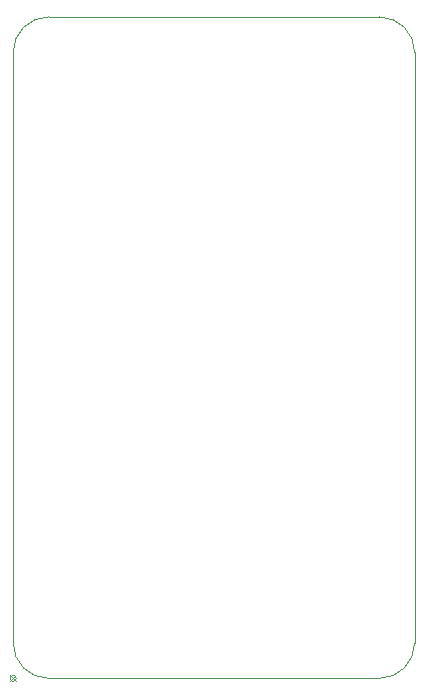
<source format=gbr>
G04 #@! TF.GenerationSoftware,KiCad,Pcbnew,(5.1.6)-1*
G04 #@! TF.CreationDate,2020-06-03T08:45:57+03:00*
G04 #@! TF.ProjectId,TMCM-0021 v1.0,544d434d-2d30-4303-9231-2076312e302e,rev?*
G04 #@! TF.SameCoordinates,Original*
G04 #@! TF.FileFunction,Profile,NP*
%FSLAX46Y46*%
G04 Gerber Fmt 4.6, Leading zero omitted, Abs format (unit mm)*
G04 Created by KiCad (PCBNEW (5.1.6)-1) date 2020-06-03 08:45:57*
%MOMM*%
%LPD*%
G01*
G04 APERTURE LIST*
G04 #@! TA.AperFunction,Profile*
%ADD10C,0.100000*%
G04 #@! TD*
G04 #@! TA.AperFunction,Profile*
%ADD11C,0.010000*%
G04 #@! TD*
G04 APERTURE END LIST*
D10*
X31000000Y0D02*
X3000000Y0D01*
X3000000Y56000000D02*
X31000000Y56000000D01*
X31000000Y56000000D02*
G75*
G02*
X34000000Y53000000I0J-3000000D01*
G01*
X34000000Y3000000D02*
G75*
G02*
X31000000Y0I-3000000J0D01*
G01*
X34000000Y3000000D02*
X34000000Y53000000D01*
X0Y53000000D02*
G75*
G02*
X3000000Y56000000I3000000J0D01*
G01*
X3000000Y0D02*
G75*
G02*
X0Y3000000I0J3000000D01*
G01*
X0Y3000000D02*
X0Y53000000D01*
D11*
X250000Y0D02*
G75*
G03*
X250000Y0I-250000J0D01*
G01*
X-250000Y250000D02*
X250000Y-250000D01*
X-250000Y-250000D02*
X250000Y250000D01*
M02*

</source>
